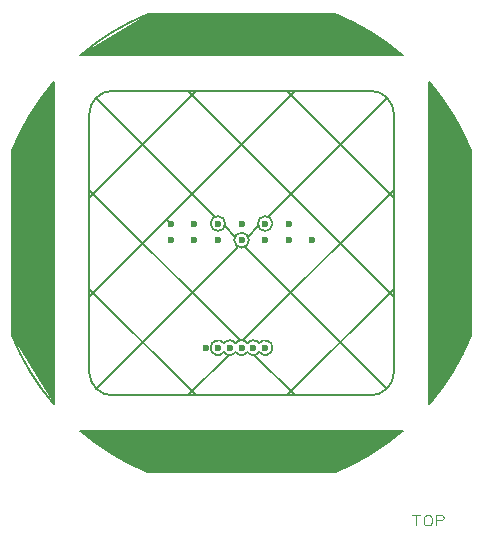
<source format=gbr>
G04 GENERATED BY PULSONIX 7.0 GERBER.DLL 4573*
%INHILLSTAR_30X30_EL_4LAYER_V1_0*%
%LNGERBER_TOP*%
%FSLAX33Y33*%
%IPPOS*%
%LPD*%
%OFA0B0*%
%MOMM*%
%ADD12C,0.150*%
%ADD21C,0.125*%
%ADD112C,0.600*%
X0Y0D02*
D02*
D12*
X112153Y121948D02*
G75*
G03X115653Y116215I19399J7908D01*
G01*
Y143498*
G75*
G03X112153Y137765I15899J-13641*
G01*
Y121948*
G36*
G75*
G03X115653Y116215I19399J7908*
G01*
Y143498*
G75*
G03X112153Y137765I15899J-13641*
G01*
Y121948*
G37*
X120653Y142756D02*
G75*
G03X118653Y140756J-2000D01*
G01*
Y118956*
G75*
G03X120653Y116956I2000*
G01*
X142453*
G75*
G03X144453Y118956J2000*
G01*
Y140756*
G75*
G03X142453Y142756I-2000*
G01*
X120653*
X128928Y131506D02*
G75*
G02X130178I625D01*
G01*
G75*
G02X128928I-625*
G01*
X130053Y120631D02*
G75*
G02X128928Y121006I-500J375D01*
G01*
G75*
G02X130053Y121381I625*
G01*
G75*
G02X131053I500J-375*
G01*
G75*
G02X132053I500J-375*
G01*
G75*
G02X133053I500J-375*
G01*
G75*
G02X134178Y121006I500J-375*
G01*
G75*
G02X133053Y120631I-625*
G01*
G75*
G02X132053I-500J375*
G01*
G75*
G02X131053I-500J375*
G01*
G75*
G02X130053I-500J375*
G01*
X130928Y130106D02*
G75*
G02X132178I625D01*
G01*
G75*
G02X130928I-625*
G01*
X132928Y131506D02*
G75*
G02X134178I625D01*
G01*
G75*
G02X132928I-625*
G01*
X135409Y116956D02*
X144453Y126001D01*
X127031Y116956D02*
X130463Y120388D01*
X131691Y121616D02*
X144453Y134378D01*
X119239Y117542D02*
X131254Y129557D01*
X132102Y130405D02*
X132972Y131275D01*
X133784Y132087D02*
X143867Y142170D01*
X118653Y125334D02*
X136075Y142756D01*
X118653Y133712D02*
X127697Y142756D01*
Y116956D02*
X118653Y126001D01*
X136075Y116956D02*
X132644Y120388D01*
X131416Y121616D02*
X118653Y134378D01*
X143867Y117542D02*
X131852Y129557D01*
X131004Y130405D02*
X130134Y131275D01*
X129322Y132087D02*
X119239Y142170D01*
X144453Y125334D02*
X127031Y142756D01*
X144453Y133712D02*
X135409Y142756D01*
X123645Y110456D02*
X139462D01*
G75*
G03X145195Y113956I-7908J19399*
G01*
X117912*
G75*
G03X123645Y110456I13641J15899*
G01*
G36*
X139462*
G75*
G03X145195Y113956I-7908J19399*
G01*
X117912*
G75*
G03X123645Y110456I13641J15899*
G01*
G37*
Y149256D02*
G75*
G03X117912Y145756I7908J-19399D01*
G01*
X145195*
G75*
G03X139462Y149256I-13641J-15899*
G01*
X123645*
G36*
G75*
G03X117912Y145756I7908J-19399*
G01*
X145195*
G75*
G03X139462Y149256I-13641J-15899*
G01*
X123645*
G37*
X125553Y131506D02*
X125178Y131881D01*
X150953Y121948D02*
Y137765D01*
G75*
G03X147453Y143498I-19399J-7908*
G01*
Y116215*
G75*
G03X150953Y121948I-15899J13641*
G01*
G36*
Y137765*
G75*
G03X147453Y143498I-19399J-7908*
G01*
Y116215*
G75*
G03X150953Y121948I-15899J13641*
G01*
G37*
D02*
D21*
X146321Y105952D02*
X146321Y106834D01*
X145953D02*
X146688Y106834D01*
X146966Y106246D02*
X146966Y106540D01*
X147039Y106687*
X147113Y106761*
X147260Y106834*
X147407*
X147554Y106761*
X147627Y106687*
X147701Y106540*
Y106246*
X147627Y106099*
X147554Y106025*
X147407Y105952*
X147260*
X147113Y106025*
X147039Y106099*
X146966Y106246*
X147978Y105952D02*
X147978Y106834D01*
X148493*
X148640Y106761*
X148713Y106614*
X148640Y106467*
X148493Y106393*
X147978*
D02*
D112*
X114553Y132856D03*
X125553Y130106D03*
Y131506D03*
X127553Y130106D03*
Y131506D03*
X128553Y121006D03*
X129553D03*
Y130106D03*
Y131506D03*
Y146856D03*
X130553Y121006D03*
X131553D03*
Y130106D03*
Y131506D03*
X132553Y112856D03*
Y121006D03*
X133553D03*
Y130106D03*
Y131506D03*
X135553Y130106D03*
Y131506D03*
X137553Y130106D03*
X148553Y132856D03*
X0Y0D02*
M02*

</source>
